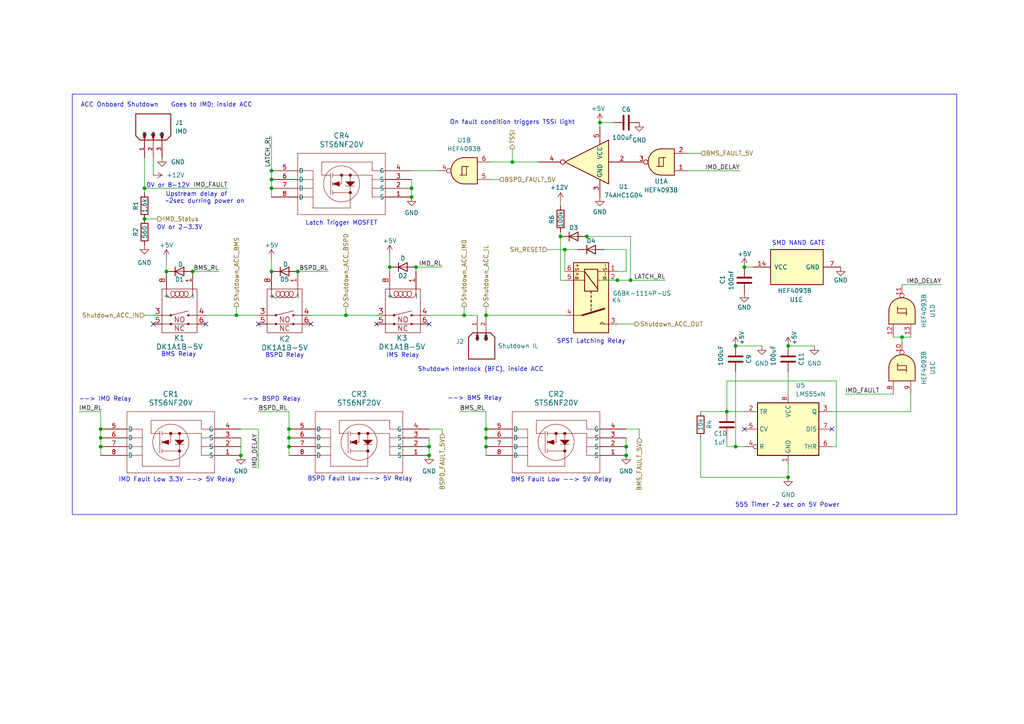
<source format=kicad_sch>
(kicad_sch (version 20231120) (generator "eeschema") (generator_version "8.0")
  (paper "A4")
  (title_block (title "Accumulator Shutdown Logic") (date "2024-10-27") (rev "3") (company "Ethan James - Formula Slug"))
  (lib_symbols
    (symbol "+5V_1" (power) (pin_numbers hide) (pin_names (offset 0) hide)
      (property "Value" "+5V" (at 0 3.556 0))
      (symbol "+5V_1_0_1"
        (polyline (pts (xy -0.762 1.27) (xy 0 2.54)))
        (polyline (pts (xy 0 0) (xy 0 2.54)))
        (polyline (pts (xy 0 2.54) (xy 0.762 1.27)))
      )
      (symbol "+5V_1_1_1"
        (pin power_in line (at 0 0 90) (length 0) (name "~") (number "1"))
      )
    )
    (symbol "+5V_3" (power) (pin_numbers hide) (pin_names (offset 0) hide)
      (property "Value" "+5V" (at 0 3.556 0))
      (symbol "+5V_3_0_1"
        (polyline (pts (xy -0.762 1.27) (xy 0 2.54)))
        (polyline (pts (xy 0 0) (xy 0 2.54)))
        (polyline (pts (xy 0 2.54) (xy 0.762 1.27)))
      )
      (symbol "+5V_3_1_1"
        (pin power_in line (at 0 0 90) (length 0) (name "~") (number "1"))
      )
    )
    (symbol "1FS_2_Global_Symbol_Library:1053091203" (pin_names (offset 1.016))
      (property "Reference" "J" (at 0 6.35 0))
      (property "Value" "1053091203" (at 0 -7.62 0))
      (symbol "1053091203_0_0"
        (polyline (pts (xy 0 -3.81) (xy 1.27 -5.08)) (stroke (width 0.254)))
        (polyline (pts (xy 0 -2.54) (xy 1.905 -2.54)) (stroke (width 0.254)))
        (polyline (pts (xy 0 0) (xy 1.905 0)) (stroke (width 0.254)))
        (polyline (pts (xy 0 2.54) (xy 0 -3.81)) (stroke (width 0.254)))
        (polyline (pts (xy 0 2.54) (xy 1.905 2.54)) (stroke (width 0.254)))
        (polyline (pts (xy 0 3.81) (xy 0 2.54)) (stroke (width 0.254)))
        (polyline (pts (xy 0 3.81) (xy 1.27 5.08)) (stroke (width 0.254)))
        (polyline (pts (xy 1.27 -5.08) (xy 7.62 -5.08)) (stroke (width 0.254)))
        (polyline (pts (xy 7.62 -5.08) (xy 7.62 5.08)) (stroke (width 0.254)))
        (polyline (pts (xy 7.62 5.08) (xy 1.27 5.08)) (stroke (width 0.254)))
        (rectangle (start 0.635 -2.2225) (end 2.2225 -2.8575) (stroke (width 0.1)) (fill (type outline)))
        (rectangle (start 0.635 -0.3175) (end 2.2225 0.3175) (stroke (width 0.1)) (fill (type outline)))
        (rectangle (start 0.635 2.2225) (end 2.2225 2.8575) (stroke (width 0.1)) (fill (type outline)))
        (pin passive line (at -5.08 2.54 0) (length 5.08) (name "1") (number "1"))
        (pin passive line (at -5.08 0 0) (length 5.08) (name "2") (number "2"))
        (pin passive line (at -5.08 -2.54 0) (length 5.08) (name "3") (number "3"))
      )
    )
    (symbol "1FS_2_Global_Symbol_Library:G6BK-1114P-US"
      (property "Reference" "K" (at -2.54 15.24 0))
      (property "Value" "G6BK-1114P-US" (at 0 -7.62 0))
      (symbol "G6BK-1114P-US_1_1"
        (rectangle (start -5.08 13.97) (end 5.08 -6.35) (stroke (width 0.254)) (fill (type background)))
        (polyline (pts (xy -5.08 8.89) (xy -1.905 8.89)))
        (polyline (pts (xy -5.08 11.43) (xy -1.905 11.43)))
        (polyline (pts (xy -2.54 -1.27) (xy -5.08 -1.27)))
        (polyline (pts (xy -2.54 -1.27) (xy 3.81 0.635)) (stroke (width 0.508)))
        (polyline (pts (xy -1.905 11.43) (xy 1.905 6.35)) (stroke (width 0.254)))
        (polyline (pts (xy 0 0.635) (xy 0 0)) (stroke (width 0.254)))
        (polyline (pts (xy 0 1.905) (xy 0 1.27)) (stroke (width 0.254)))
        (polyline (pts (xy 0 3.175) (xy 0 2.54)) (stroke (width 0.254)))
        (polyline (pts (xy 0 3.175) (xy 0 2.54)) (stroke (width 0.254)))
        (polyline (pts (xy 0 4.445) (xy 0 3.81)) (stroke (width 0.254)))
        (polyline (pts (xy 0 5.715) (xy 0 5.08)) (stroke (width 0.254)))
        (polyline (pts (xy 3.81 -3.81) (xy 5.08 -3.81)))
        (polyline (pts (xy 5.08 8.89) (xy 1.905 8.89)))
        (polyline (pts (xy 5.08 11.43) (xy 1.905 11.43)))
        (polyline (pts (xy 3.81 -3.81) (xy 2.54 -3.81) (xy 3.175 -3.175) (xy 3.81 -3.81)))
        (rectangle (start 1.905 12.065) (end -1.905 5.715) (stroke (width 0.254)))
        (text "R+" (at -4.064 10.16 900) (effects (font (size 1.016 1.016))))
        (text "R-" (at 4.064 10.16 900) (effects (font (size 1.016 1.016))))
        (text "S+" (at -4.064 12.7 900) (effects (font (size 1.016 1.016))))
        (text "S-" (at 4.064 12.7 900) (effects (font (size 1.016 1.016))))
        (pin passive line (at 7.62 11.43 180) (length 2.54) (name "~") (number "1"))
        (pin passive line (at 7.62 8.89 180) (length 2.54) (name "~") (number "2"))
        (pin passive line (at 7.62 -3.81 180) (length 2.54) (name "~") (number "3"))
        (pin passive line (at -7.62 -1.27 0) (length 2.54) (name "~") (number "4"))
        (pin passive line (at -7.62 8.89 0) (length 2.54) (name "~") (number "5"))
        (pin passive line (at -7.62 11.43 0) (length 2.54) (name "~") (number "6"))
      )
    )
    (symbol "2FS-1_Symbol Library:DK1A1B-12V" (pin_names (offset 1.016))
      (property "Reference" "U" (at -2.54 0 0))
      (property "Value" "DK1A1B-12V" (at 6.35 0 90))
      (symbol "DK1A1B-12V_0_0"
        (text "NC" (at 3.81 0 900) (effects (font (size 1.524 1.524))))
        (text "NO" (at 1.27 0 900) (effects (font (size 1.524 1.524))))
      )
      (symbol "DK1A1B-12V_0_1"
        (arc (start -6.35 -3.81) (mid -5.0855 -2.54) (end -6.35 -1.27) (stroke (width 0.1524)))
        (arc (start -6.35 -2.54) (mid -5.0855 -1.27) (end -6.35 0) (stroke (width 0.1524)))
        (arc (start -6.35 -1.27) (mid -6.9823 -1.905) (end -6.35 -2.54) (stroke (width 0.1524)))
        (arc (start -6.35 -1.27) (mid -5.0855 0) (end -6.35 1.27) (stroke (width 0.1524)))
        (arc (start -6.35 0) (mid -6.9823 -0.635) (end -6.35 -1.27) (stroke (width 0.1524)))
        (arc (start -6.35 0) (mid -5.0855 1.27) (end -6.35 2.54) (stroke (width 0.1524)))
        (arc (start -6.35 1.27) (mid -6.9823 0.635) (end -6.35 0) (stroke (width 0.1524)))
        (arc (start -6.35 1.27) (mid -5.0855 2.54) (end -6.35 3.81) (stroke (width 0.1524)))
        (arc (start -6.35 2.54) (mid -6.9823 1.905) (end -6.35 1.27) (stroke (width 0.1524)))
        (circle (center 0 -2.54) (radius 0.254) (stroke (width 0.1524)) (fill (type outline)))
        (polyline (pts (xy -7.62 -3.81) (xy -6.35 -3.81)) (stroke (width 0.1524)))
        (polyline (pts (xy -7.62 3.81) (xy -6.35 3.81)) (stroke (width 0.1524)))
        (polyline (pts (xy 0 -5.08) (xy 0 -2.54)) (stroke (width 0.1524)))
        (polyline (pts (xy 2.54 -5.08) (xy 2.54 5.08)) (stroke (width 0.1524)) (fill (type outline)))
        (polyline (pts (xy 0 5.08) (xy 0 2.54) (xy -1.27 -2.54)) (stroke (width 0.1524)))
        (circle (center 0 2.54) (radius 0.254) (stroke (width 0.1524)) (fill (type outline)))
        (circle (center 2.54 -2.54) (radius 0.254) (stroke (width 0.1524)) (fill (type outline)))
        (circle (center 2.54 2.54) (radius 0.254) (stroke (width 0.1524)) (fill (type outline)))
        (rectangle (start 5.08 5.08) (end -7.62 -5.08) (stroke (width 0.1524)))
      )
      (symbol "DK1A1B-12V_1_1"
        (pin power_in line (at -12.7 -3.81 0) (length 5.08) (name "-") (number "1"))
        (pin passive line (at 0 7.62 270) (length 2.54) (name "~") (number "3"))
        (pin passive line (at 0 -7.62 90) (length 2.54) (name "~") (number "4"))
        (pin passive line (at 2.54 7.62 270) (length 2.54) (name "~") (number "5"))
        (pin passive line (at 2.54 -7.62 90) (length 2.54) (name "~") (number "6"))
        (pin power_in line (at -12.7 3.81 0) (length 5.08) (name "+") (number "8"))
      )
    )
    (symbol "4xxx:HEF4093B" (pin_names (offset 1.016))
      (property "Reference" "U" (at 0 1.27 0))
      (property "Value" "HEF4093B" (at 0 -1.27 0))
      (symbol "HEF4093B_1_0"
        (polyline (pts (xy -0.635 -1.27) (xy -0.635 1.27) (xy 0.635 1.27)))
        (polyline (pts (xy -0.635 -1.27) (xy -0.635 1.27) (xy 0.635 1.27)))
        (polyline (pts (xy -1.27 -1.27) (xy 0.635 -1.27) (xy 0.635 1.27) (xy 1.27 1.27)))
        (polyline (pts (xy -1.27 -1.27) (xy 0.635 -1.27) (xy 0.635 1.27) (xy 1.27 1.27)))
      )
      (symbol "HEF4093B_1_1"
        (arc (start 0 -3.81) (mid 3.7934 0) (end 0 3.81) (stroke (width 0.254)) (fill (type background)))
        (polyline (pts (xy 0 3.81) (xy -3.81 3.81) (xy -3.81 -3.81) (xy 0 -3.81)) (stroke (width 0.254)) (fill (type background)))
        (pin input line (at -7.62 2.54 0) (length 3.81) (name "~") (number "1"))
        (pin input line (at -7.62 -2.54 0) (length 3.81) (name "~") (number "2"))
        (pin output inverted (at 7.62 0 180) (length 3.81) (name "~") (number "3"))
      )
      (symbol "HEF4093B_1_2"
        (arc (start -3.81 -3.81) (mid -2.589 0) (end -3.81 3.81) (stroke (width 0.254)))
        (arc (start -0.6096 -3.81) (mid 2.1842 -2.5851) (end 3.81 0) (stroke (width 0.254)) (fill (type background)))
        (polyline (pts (xy -3.81 -3.81) (xy -0.635 -3.81)) (stroke (width 0.254)) (fill (type background)))
        (polyline (pts (xy -3.81 3.81) (xy -0.635 3.81)) (stroke (width 0.254)) (fill (type background)))
        (polyline (pts (xy -0.635 3.81) (xy -3.81 3.81) (xy -3.81 3.81) (xy -3.556 3.4036) (xy -3.0226 2.2606) (xy -2.6924 1.0414) (xy -2.6162 -0.254) (xy -2.7686 -1.4986) (xy -3.175 -2.7178) (xy -3.81 -3.81) (xy -3.81 -3.81) (xy -0.635 -3.81)) (stroke (width -25.4)) (fill (type background)))
        (arc (start 3.81 0) (mid 2.1915 2.5936) (end -0.6096 3.81) (stroke (width 0.254)) (fill (type background)))
        (pin input inverted (at -7.62 2.54 0) (length 4.318) (name "~") (number "1"))
        (pin input inverted (at -7.62 -2.54 0) (length 4.318) (name "~") (number "2"))
        (pin output line (at 7.62 0 180) (length 3.81) (name "~") (number "3"))
      )
      (symbol "HEF4093B_2_0"
        (polyline (pts (xy -0.635 -1.27) (xy -0.635 1.27) (xy 0.635 1.27)))
        (polyline (pts (xy -0.635 -1.27) (xy -0.635 1.27) (xy 0.635 1.27)))
        (polyline (pts (xy -1.27 -1.27) (xy 0.635 -1.27) (xy 0.635 1.27) (xy 1.27 1.27)))
        (polyline (pts (xy -1.27 -1.27) (xy 0.635 -1.27) (xy 0.635 1.27) (xy 1.27 1.27)))
      )
      (symbol "HEF4093B_2_1"
        (arc (start 0 -3.81) (mid 3.7934 0) (end 0 3.81) (stroke (width 0.254)) (fill (type background)))
        (polyline (pts (xy 0 3.81) (xy -3.81 3.81) (xy -3.81 -3.81) (xy 0 -3.81)) (stroke (width 0.254)) (fill (type background)))
        (pin output inverted (at 7.62 0 180) (length 3.81) (name "~") (number "4"))
        (pin input line (at -7.62 2.54 0) (length 3.81) (name "~") (number "5"))
        (pin input line (at -7.62 -2.54 0) (length 3.81) (name "~") (number "6"))
      )
      (symbol "HEF4093B_2_2"
        (arc (start -3.81 -3.81) (mid -2.589 0) (end -3.81 3.81) (stroke (width 0.254)))
        (arc (start -0.6096 -3.81) (mid 2.1842 -2.5851) (end 3.81 0) (stroke (width 0.254)) (fill (type background)))
        (polyline (pts (xy -3.81 -3.81) (xy -0.635 -3.81)) (stroke (width 0.254)) (fill (type background)))
        (polyline (pts (xy -3.81 3.81) (xy -0.635 3.81)) (stroke (width 0.254)) (fill (type background)))
        (polyline (pts (xy -0.635 3.81) (xy -3.81 3.81) (xy -3.81 3.81) (xy -3.556 3.4036) (xy -3.0226 2.2606) (xy -2.6924 1.0414) (xy -2.6162 -0.254) (xy -2.7686 -1.4986) (xy -3.175 -2.7178) (xy -3.81 -3.81) (xy -3.81 -3.81) (xy -0.635 -3.81)) (stroke (width -25.4)) (fill (type background)))
        (arc (start 3.81 0) (mid 2.1915 2.5936) (end -0.6096 3.81) (stroke (width 0.254)) (fill (type background)))
        (pin output line (at 7.62 0 180) (length 3.81) (name "~") (number "4"))
        (pin input inverted (at -7.62 2.54 0) (length 4.318) (name "~") (number "5"))
        (pin input inverted (at -7.62 -2.54 0) (length 4.318) (name "~") (number "6"))
      )
      (symbol "HEF4093B_3_0"
        (polyline (pts (xy -0.635 -1.27) (xy -0.635 1.27) (xy 0.635 1.27)))
        (polyline (pts (xy -0.635 -1.27) (xy -0.635 1.27) (xy 0.635 1.27)))
        (polyline (pts (xy -1.27 -1.27) (xy 0.635 -1.27) (xy 0.635 1.27) (xy 1.27 1.27)))
        (polyline (pts (xy -1.27 -1.27) (xy 0.635 -1.27) (xy 0.635 1.27) (xy 1.27 1.27)))
      )
      (symbol "HEF4093B_3_1"
        (arc (start 0 -3.81) (mid 3.7934 0) (end 0 3.81) (stroke (width 0.254)) (fill (type background)))
        (polyline (pts (xy 0 3.81) (xy -3.81 3.81) (xy -3.81 -3.81) (xy 0 -3.81)) (stroke (width 0.254)) (fill (type background)))
        (pin output inverted (at 7.62 0 180) (length 3.81) (name "~") (number "10"))
        (pin input line (at -7.62 2.54 0) (length 3.81) (name "~") (number "8"))
        (pin input line (at -7.62 -2.54 0) (length 3.81) (name "~") (number "9"))
      )
      (symbol "HEF4093B_3_2"
        (arc (start -3.81 -3.81) (mid -2.589 0) (end -3.81 3.81) (stroke (width 0.254)))
        (arc (start -0.6096 -3.81) (mid 2.1842 -2.5851) (end 3.81 0) (stroke (width 0.254)) (fill (type background)))
        (polyline (pts (xy -3.81 -3.81) (xy -0.635 -3.81)) (stroke (width 0.254)) (fill (type background)))
        (polyline (pts (xy -3.81 3.81) (xy -0.635 3.81)) (stroke (width 0.254)) (fill (type background)))
        (polyline (pts (xy -0.635 3.81) (xy -3.81 3.81) (xy -3.81 3.81) (xy -3.556 3.4036) (xy -3.0226 2.2606) (xy -2.6924 1.0414) (xy -2.6162 -0.254) (xy -2.7686 -1.4986) (xy -3.175 -2.7178) (xy -3.81 -3.81) (xy -3.81 -3.81) (xy -0.635 -3.81)) (stroke (width -25.4)) (fill (type background)))
        (arc (start 3.81 0) (mid 2.1915 2.5936) (end -0.6096 3.81) (stroke (width 0.254)) (fill (type background)))
        (pin output line (at 7.62 0 180) (length 3.81) (name "~") (number "10"))
        (pin input inverted (at -7.62 2.54 0) (length 4.318) (name "~") (number "8"))
        (pin input inverted (at -7.62 -2.54 0) (length 4.318) (name "~") (number "9"))
      )
      (symbol "HEF4093B_4_0"
        (polyline (pts (xy -0.635 -1.27) (xy -0.635 1.27) (xy 0.635 1.27)))
        (polyline (pts (xy -0.635 -1.27) (xy -0.635 1.27) (xy 0.635 1.27)))
        (polyline (pts (xy -1.27 -1.27) (xy 0.635 -1.27) (xy 0.635 1.27) (xy 1.27 1.27)))
        (polyline (pts (xy -1.27 -1.27) (xy 0.635 -1.27) (xy 0.635 1.27) (xy 1.27 1.27)))
      )
      (symbol "HEF4093B_4_1"
        (arc (start 0 -3.81) (mid 3.7934 0) (end 0 3.81) (stroke (width 0.254)) (fill (type background)))
        (polyline (pts (xy 0 3.81) (xy -3.81 3.81) (xy -3.81 -3.81) (xy 0 -3.81)) (stroke (width 0.254)) (fill (type background)))
        (pin output inverted (at 7.62 0 180) (length 3.81) (name "~") (number "11"))
        (pin input line (at -7.62 2.54 0) (length 3.81) (name "~") (number "12"))
        (pin input line (at -7.62 -2.54 0) (length 3.81) (name "~") (number "13"))
      )
      (symbol "HEF4093B_4_2"
        (arc (start -3.81 -3.81) (mid -2.589 0) (end -3.81 3.81) (stroke (width 0.254)))
        (arc (start -0.6096 -3.81) (mid 2.1842 -2.5851) (end 3.81 0) (stroke (width 0.254)) (fill (type background)))
        (polyline (pts (xy -3.81 -3.81) (xy -0.635 -3.81)) (stroke (width 0.254)) (fill (type background)))
        (polyline (pts (xy -3.81 3.81) (xy -0.635 3.81)) (stroke (width 0.254)) (fill (type background)))
        (polyline (pts (xy -0.635 3.81) (xy -3.81 3.81) (xy -3.81 3.81) (xy -3.556 3.4036) (xy -3.0226 2.2606) (xy -2.6924 1.0414) (xy -2.6162 -0.254) (xy -2.7686 -1.4986) (xy -3.175 -2.7178) (xy -3.81 -3.81) (xy -3.81 -3.81) (xy -0.635 -3.81)) (stroke (width -25.4)) (fill (type background)))
        (arc (start 3.81 0) (mid 2.1915 2.5936) (end -0.6096 3.81) (stroke (width 0.254)) (fill (type background)))
        (pin output line (at 7.62 0 180) (length 3.81) (name "~") (number "11"))
        (pin input inverted (at -7.62 2.54 0) (length 4.318) (name "~") (number "12"))
        (pin input inverted (at -7.62 -2.54 0) (length 4.318) (name "~") (number "13"))
      )
      (symbol "HEF4093B_5_0"
        (pin power_in line (at 0 12.7 270) (length 5.08) (name "VCC") (number "14"))
        (pin power_in line (at 0 -12.7 90) (length 5.08) (name "GND") (number "7"))
      )
      (symbol "HEF4093B_5_1"
        (rectangle (start -5.08 7.62) (end 5.08 -7.62) (stroke (width 0.254)) (fill (type background)))
      )
    )
    (symbol "74xGxx:74AHC1G04"
      (property "Reference" "U" (at -2.54 3.81 0))
      (property "Value" "74AHC1G04" (at 0 -3.81 0))
      (symbol "74AHC1G04_0_1"
        (polyline (pts (xy -7.62 6.35) (xy -7.62 -6.35) (xy 5.08 0) (xy -7.62 6.35)) (stroke (width 0.254)) (fill (type background)))
      )
      (symbol "74AHC1G04_1_1"
        (pin input line (at -15.24 0 0) (length 7.62) (name "~") (number "2"))
        (pin power_in line (at -5.08 -10.16 90) (length 5.08) (name "GND") (number "3"))
        (pin output inverted (at 12.7 0 180) (length 7.62) (name "~") (number "4"))
        (pin power_in line (at -5.08 10.16 270) (length 5.08) (name "VCC") (number "5"))
      )
    )
    (symbol "Device:C" (pin_numbers hide) (pin_names (offset 0.254))
      (property "Reference" "C" (at 0.635 2.54 0))
      (property "Value" "C" (at 0.635 -2.54 0))
      (symbol "C_0_1"
        (polyline (pts (xy -2.032 -0.762) (xy 2.032 -0.762)) (stroke (width 0.508)))
        (polyline (pts (xy -2.032 0.762) (xy 2.032 0.762)) (stroke (width 0.508)))
      )
      (symbol "C_1_1"
        (pin passive line (at 0 3.81 270) (length 2.794) (name "~") (number "1"))
        (pin passive line (at 0 -3.81 90) (length 2.794) (name "~") (number "2"))
      )
    )
    (symbol "Device:D" (pin_numbers hide) (pin_names (offset 1.016) hide)
      (property "Reference" "D" (at 0 2.54 0))
      (property "Value" "D" (at 0 -2.54 0))
      (symbol "D_0_1"
        (polyline (pts (xy -1.27 1.27) (xy -1.27 -1.27)) (stroke (width 0.254)))
        (polyline (pts (xy 1.27 0) (xy -1.27 0)))
        (polyline (pts (xy 1.27 1.27) (xy 1.27 -1.27) (xy -1.27 0) (xy 1.27 1.27)) (stroke (width 0.254)))
      )
      (symbol "D_1_1"
        (pin passive line (at -3.81 0 0) (length 2.54) (name "K") (number "1"))
        (pin passive line (at 3.81 0 180) (length 2.54) (name "A") (number "2"))
      )
    )
    (symbol "Device:R" (pin_numbers hide) (pin_names (offset 0))
      (property "Reference" "R" (at 2.032 0 90))
      (property "Value" "R" (at 0 0 90))
      (symbol "R_0_1"
        (rectangle (start -1.016 -2.54) (end 1.016 2.54) (stroke (width 0.254)))
      )
      (symbol "R_1_1"
        (pin passive line (at 0 3.81 270) (length 1.27) (name "~") (number "1"))
        (pin passive line (at 0 -3.81 90) (length 1.27) (name "~") (number "2"))
      )
    )
    (symbol "FS_2_Global_Symbol_Library:STS6NF20V" (pin_names (offset 0.254))
      (property "Reference" "CR" (at 20.32 10.16 0))
      (property "Value" "STS6NF20V" (at 20.32 7.62 0))
      (symbol "STS6NF20V_0_1"
        (polyline (pts (xy 7.62 -12.7) (xy 33.02 -12.7)) (stroke (width 0.127)))
        (polyline (pts (xy 7.62 -5.08) (xy 11.43 -5.08)) (stroke (width 0.127)))
        (polyline (pts (xy 7.62 -2.54) (xy 11.43 -2.54)) (stroke (width 0.127)))
        (polyline (pts (xy 7.62 0) (xy 11.43 0)) (stroke (width 0.127)))
        (polyline (pts (xy 7.62 5.08) (xy 7.62 -12.7)) (stroke (width 0.127)))
        (polyline (pts (xy 11.43 -10.16) (xy 11.43 -7.62)) (stroke (width 0.127)))
        (polyline (pts (xy 11.43 -7.62) (xy 7.62 -7.62)) (stroke (width 0.127)))
        (polyline (pts (xy 11.43 -6.35) (xy 14.605 -6.35)) (stroke (width 0.127)))
        (polyline (pts (xy 11.43 0) (xy 11.43 -6.35)) (stroke (width 0.127)))
        (polyline (pts (xy 16.51 -4.445) (xy 17.78 -3.175)) (stroke (width 0.127)))
        (polyline (pts (xy 16.51 -4.445) (xy 19.05 -4.445)) (stroke (width 0.127)))
        (polyline (pts (xy 16.51 -3.175) (xy 19.05 -3.175)) (stroke (width 0.127)))
        (polyline (pts (xy 17.78 -6.35) (xy 17.78 3.175)) (stroke (width 0.127)))
        (polyline (pts (xy 17.78 3.175) (xy 28.575 3.175)) (stroke (width 0.127)))
        (polyline (pts (xy 19.05 -4.445) (xy 17.78 -3.175)) (stroke (width 0.127)))
        (polyline (pts (xy 20.32 -3.81) (xy 20.32 -6.35)) (stroke (width 0.127)))
        (polyline (pts (xy 20.32 -3.81) (xy 22.86 -3.81)) (stroke (width 0.127)))
        (polyline (pts (xy 20.955 -4.445) (xy 22.86 -3.81)) (stroke (width 0.127)))
        (polyline (pts (xy 20.955 -3.175) (xy 20.955 -4.445)) (stroke (width 0.127)))
        (polyline (pts (xy 22.86 -6.985) (xy 22.86 -5.715)) (stroke (width 0.127)))
        (polyline (pts (xy 22.86 -6.35) (xy 14.605 -6.35)) (stroke (width 0.127)))
        (polyline (pts (xy 22.86 -4.445) (xy 22.86 -3.175)) (stroke (width 0.127)))
        (polyline (pts (xy 22.86 -3.81) (xy 20.955 -3.175)) (stroke (width 0.127)))
        (polyline (pts (xy 22.86 -1.905) (xy 22.86 -0.635)) (stroke (width 0.127)))
        (polyline (pts (xy 22.86 -1.27) (xy 17.78 -1.27)) (stroke (width 0.127)))
        (polyline (pts (xy 23.495 -6.35) (xy 26.035 -6.35)) (stroke (width 0.127)))
        (polyline (pts (xy 23.495 -0.635) (xy 23.495 -6.985)) (stroke (width 0.127)))
        (polyline (pts (xy 26.035 -10.16) (xy 11.43 -10.16)) (stroke (width 0.127)))
        (polyline (pts (xy 26.035 -6.35) (xy 26.035 -10.16)) (stroke (width 0.127)))
        (polyline (pts (xy 28.575 -7.62) (xy 33.02 -7.62)) (stroke (width 0.127)))
        (polyline (pts (xy 28.575 3.175) (xy 28.575 -7.62)) (stroke (width 0.127)))
        (polyline (pts (xy 33.02 -12.7) (xy 33.02 5.08)) (stroke (width 0.127)))
        (polyline (pts (xy 33.02 -5.08) (xy 28.575 -5.08)) (stroke (width 0.127)))
        (polyline (pts (xy 33.02 -2.54) (xy 28.575 -2.54)) (stroke (width 0.127)))
        (polyline (pts (xy 33.02 0) (xy 28.575 0)) (stroke (width 0.127)))
        (polyline (pts (xy 33.02 5.08) (xy 7.62 5.08)) (stroke (width 0.127)))
        (polyline (pts (xy 16.51 -4.445) (xy 17.78 -3.175) (xy 19.05 -4.445)) (fill (type outline)))
        (polyline (pts (xy 20.955 -3.175) (xy 20.955 -4.445) (xy 22.86 -3.81)) (fill (type outline)))
        (circle (center 17.78 -6.35) (radius 0.254) (stroke (width 0.381)))
        (circle (center 17.78 -1.27) (radius 0.254) (stroke (width 0.381)))
        (circle (center 20.32 -6.35) (radius 0.254) (stroke (width 0.381)))
        (circle (center 20.32 -3.81) (radius 5.2324) (stroke (width 0.127)))
        (pin unspecified line (at 0 0 0) (length 7.62) (name "S") (number "1"))
        (pin unspecified line (at 0 -2.54 0) (length 7.62) (name "S") (number "2"))
        (pin unspecified line (at 0 -5.08 0) (length 7.62) (name "S") (number "3"))
        (pin unspecified line (at 0 -7.62 0) (length 7.62) (name "G") (number "4"))
        (pin unspecified line (at 40.64 -7.62 180) (length 7.62) (name "D") (number "5"))
        (pin unspecified line (at 40.64 -5.08 180) (length 7.62) (name "D") (number "6"))
        (pin unspecified line (at 40.64 -2.54 180) (length 7.62) (name "D") (number "7"))
        (pin unspecified line (at 40.64 0 180) (length 7.62) (name "D") (number "8"))
      )
    )
    (symbol "GND_1" (power) (pin_numbers hide) (pin_names (offset 0) hide)
      (property "Value" "GND" (at 0 -3.81 0))
      (symbol "GND_1_0_1"
        (polyline (pts (xy 0 0) (xy 0 -1.27) (xy 1.27 -1.27) (xy 0 -2.54) (xy -1.27 -1.27) (xy 0 -1.27)))
      )
      (symbol "GND_1_1_1"
        (pin power_in line (at 0 0 270) (length 0) (name "~") (number "1"))
      )
    )
    (symbol "GND_3" (power) (pin_numbers hide) (pin_names (offset 0) hide)
      (property "Value" "GND" (at 0 -3.81 0))
      (symbol "GND_3_0_1"
        (polyline (pts (xy 0 0) (xy 0 -1.27) (xy 1.27 -1.27) (xy 0 -2.54) (xy -1.27 -1.27) (xy 0 -1.27)))
      )
      (symbol "GND_3_1_1"
        (pin power_in line (at 0 0 270) (length 0) (name "~") (number "1"))
      )
    )
    (symbol "GND_5" (power) (pin_numbers hide) (pin_names (offset 0) hide)
      (property "Value" "GND" (at 0 -3.81 0))
      (symbol "GND_5_0_1"
        (polyline (pts (xy 0 0) (xy 0 -1.27) (xy 1.27 -1.27) (xy 0 -2.54) (xy -1.27 -1.27) (xy 0 -1.27)))
      )
      (symbol "GND_5_1_1"
        (pin power_in line (at 0 0 270) (length 0) (name "~") (number "1"))
      )
    )
    (symbol "R_2" (pin_numbers hide) (pin_names (offset 0))
      (property "Reference" "R" (at 2.032 0 90))
      (property "Value" "R" (at 0 0 90))
      (symbol "R_2_0_1"
        (rectangle (start -1.016 -2.54) (end 1.016 2.54) (stroke (width 0.254)))
      )
      (symbol "R_2_1_1"
        (pin passive line (at 0 3.81 270) (length 1.27) (name "~") (number "1"))
        (pin passive line (at 0 -3.81 90) (length 1.27) (name "~") (number "2"))
      )
    )
    (symbol "Timer:LM555xN"
      (property "Reference" "U" (at -10.16 8.89 0))
      (property "Value" "LM555xN" (at 2.54 8.89 0))
      (symbol "LM555xN_0_0"
        (pin power_in line (at 0 -10.16 90) (length 2.54) (name "GND") (number "1"))
        (pin power_in line (at 0 10.16 270) (length 2.54) (name "VCC") (number "8"))
      )
      (symbol "LM555xN_0_1"
        (rectangle (start -8.89 -7.62) (end 8.89 7.62) (stroke (width 0.254)) (fill (type background)))
        (rectangle (start -8.89 -7.62) (end 8.89 7.62) (stroke (width 0.254)) (fill (type background)))
      )
      (symbol "LM555xN_1_1"
        (pin input line (at -12.7 5.08 0) (length 3.81) (name "TR") (number "2"))
        (pin output line (at 12.7 5.08 180) (length 3.81) (name "Q") (number "3"))
        (pin input inverted (at -12.7 -5.08 0) (length 3.81) (name "R") (number "4"))
        (pin input line (at -12.7 0 0) (length 3.81) (name "CV") (number "5"))
        (pin input line (at 12.7 -5.08 180) (length 3.81) (name "THR") (number "6"))
        (pin input line (at 12.7 0 180) (length 3.81) (name "DIS") (number "7"))
      )
    )
    (symbol "molex_1053091202:1053091202" (pin_names (offset 1.016))
      (property "Reference" "J" (at 0 3.81 0))
      (property "Value" "1053091202" (at 0 -7.62 0))
      (symbol "1053091202_0_0"
        (polyline (pts (xy 0 -3.81) (xy 1.27 -5.08)) (stroke (width 0.254)))
        (polyline (pts (xy 0 -2.54) (xy 1.905 -2.54)) (stroke (width 0.254)))
        (polyline (pts (xy 0 0) (xy 0 -3.81)) (stroke (width 0.254)))
        (polyline (pts (xy 0 0) (xy 1.905 0)) (stroke (width 0.254)))
        (polyline (pts (xy 0 1.27) (xy 0 0)) (stroke (width 0.254)))
        (polyline (pts (xy 0 1.27) (xy 1.27 2.54)) (stroke (width 0.254)))
        (polyline (pts (xy 1.27 -5.08) (xy 7.62 -5.08)) (stroke (width 0.254)))
        (polyline (pts (xy 7.62 -5.08) (xy 7.62 2.54)) (stroke (width 0.254)))
        (polyline (pts (xy 7.62 2.54) (xy 1.27 2.54)) (stroke (width 0.254)))
        (rectangle (start 0.635 -2.8575) (end 2.2225 -2.2225) (stroke (width 0.1)) (fill (type outline)))
        (rectangle (start 0.635 -0.3175) (end 2.2225 0.3175) (stroke (width 0.1)) (fill (type outline)))
        (pin passive line (at -5.08 0 0) (length 5.08) (name "1") (number "1"))
        (pin passive line (at -5.08 -2.54 0) (length 5.08) (name "2") (number "2"))
      )
    )
    (symbol "power:+12V" (power) (pin_names (offset 0))
      (property "Value" "+12V" (at 0 3.556 0))
      (symbol "+12V_0_1"
        (polyline (pts (xy -0.762 1.27) (xy 0 2.54)))
        (polyline (pts (xy 0 0) (xy 0 2.54)))
        (polyline (pts (xy 0 2.54) (xy 0.762 1.27)))
      )
      (symbol "+12V_1_1"
        (pin power_in line (at 0 0 90) (length 0) hide (name "+12V") (number "1"))
      )
    )
    (symbol "power:+5V" (power) (pin_names (offset 0))
      (property "Value" "+5V" (at 0 3.556 0))
      (symbol "+5V_0_1"
        (polyline (pts (xy -0.762 1.27) (xy 0 2.54)))
        (polyline (pts (xy 0 0) (xy 0 2.54)))
        (polyline (pts (xy 0 2.54) (xy 0.762 1.27)))
      )
      (symbol "+5V_1_1"
        (pin power_in line (at 0 0 90) (length 0) hide (name "+5V") (number "1"))
      )
    )
    (symbol "power:GND" (power) (pin_names (offset 0))
      (property "Value" "GND" (at 0 -3.81 0))
      (symbol "GND_0_1"
        (polyline (pts (xy 0 0) (xy 0 -1.27) (xy 1.27 -1.27) (xy 0 -2.54) (xy -1.27 -1.27) (xy 0 -1.27)))
      )
      (symbol "GND_1_1"
        (pin power_in line (at 0 0 270) (length 0) hide (name "GND") (number "1"))
      )
    )
  )
  (junction (at 29.21 124.46))
  (junction (at 120.65 77.47))
  (junction (at 29.21 129.54))
  (junction (at 41.91 54.61))
  (junction (at 29.21 127))
  (junction (at 140.97 129.54))
  (junction (at 119.38 54.61))
  (junction (at 119.38 57.15))
  (junction (at 124.46 132.08))
  (junction (at 78.74 54.61))
  (junction (at 162.56 68.58))
  (junction (at 100.33 91.44))
  (junction (at 41.91 63.5))
  (junction (at 163.83 72.39))
  (junction (at 213.36 129.54))
  (junction (at 83.82 127))
  (junction (at 78.74 49.53))
  (junction (at 170.18 68.58))
  (junction (at 83.82 124.46))
  (junction (at 69.85 132.08))
  (junction (at 140.97 91.44))
  (junction (at 148.59 46.99))
  (junction (at 140.97 124.46))
  (junction (at 181.61 129.54))
  (junction (at 78.74 52.07))
  (junction (at 179.07 81.28))
  (junction (at 181.61 132.08))
  (junction (at 215.9 77.47))
  (junction (at 124.46 129.54))
  (junction (at 68.58 91.44))
  (junction (at 228.6 100.33))
  (junction (at 140.97 127))
  (junction (at 55.88 78.74))
  (junction (at 261.62 97.79))
  (junction (at 86.36 78.74))
  (junction (at 78.74 78.74))
  (junction (at 182.88 81.28))
  (junction (at 113.03 77.47))
  (junction (at 213.36 100.33))
  (junction (at 83.82 129.54))
  (junction (at 173.99 35.56))
  (junction (at 228.6 138.43))
  (junction (at 48.26 78.74))
  (junction (at 210.82 119.38))
  (junction (at 134.62 91.44))
  (no_connect (at 215.9 124.46))
  (no_connect (at 74.93 93.98))
  (no_connect (at 241.3 124.46))
  (no_connect (at 59.69 93.98))
  (no_connect (at 124.46 93.98))
  (no_connect (at 44.45 93.98))
  (no_connect (at 90.17 93.98))
  (no_connect (at 109.22 93.98))
  (wire (pts (xy 213.36 107.95) (xy 213.36 129.54)))
  (wire (pts (xy 119.38 54.61) (xy 119.38 57.15)))
  (wire (pts (xy 48.26 74.93) (xy 48.26 78.74)))
  (wire (pts (xy 173.99 81.28) (xy 179.07 81.28)))
  (wire (pts (xy 182.88 81.28) (xy 193.04 81.28)))
  (wire (pts (xy 124.46 91.44) (xy 134.62 91.44)))
  (wire (pts (xy 140.97 91.44) (xy 163.83 91.44)))
  (wire (pts (xy 264.16 119.38) (xy 264.16 114.3)))
  (wire (pts (xy 162.56 81.28) (xy 163.83 81.28)))
  (wire (pts (xy 203.2 138.43) (xy 228.6 138.43)))
  (wire (pts (xy 127 49.53) (xy 119.38 49.53)))
  (wire (pts (xy 74.93 119.38) (xy 83.82 119.38)))
  (wire (pts (xy 241.3 129.54) (xy 242.57 129.54)))
  (wire (pts (xy 78.74 49.53) (xy 78.74 52.07)))
  (wire (pts (xy 210.82 127) (xy 210.82 129.54)))
  (wire (pts (xy 261.62 97.79) (xy 259.08 97.79)))
  (wire (pts (xy 162.56 58.42) (xy 162.56 59.69)))
  (wire (pts (xy 228.6 107.95) (xy 228.6 114.3)))
  (wire (pts (xy 120.65 78.74) (xy 120.65 77.47)))
  (wire (pts (xy 185.42 124.46) (xy 181.61 124.46)))
  (wire (pts (xy 133.35 119.38) (xy 140.97 119.38)))
  (wire (pts (xy 245.11 114.3) (xy 259.08 114.3)))
  (wire (pts (xy 213.36 129.54) (xy 215.9 129.54)))
  (wire (pts (xy 41.91 55.88) (xy 41.91 54.61)))
  (wire (pts (xy 124.46 129.54) (xy 124.46 132.08)))
  (wire (pts (xy 165.1 68.58) (xy 170.18 68.58)))
  (wire (pts (xy 203.2 44.45) (xy 199.39 44.45)))
  (wire (pts (xy 90.17 91.44) (xy 100.33 91.44)))
  (wire (pts (xy 163.83 72.39) (xy 167.64 72.39)))
  (wire (pts (xy 74.93 124.46) (xy 69.85 124.46)))
  (wire (pts (xy 175.26 72.39) (xy 181.61 72.39)))
  (wire (pts (xy 210.82 110.49) (xy 210.82 119.38)))
  (wire (pts (xy 261.62 82.55) (xy 273.05 82.55)))
  (wire (pts (xy 140.97 119.38) (xy 140.97 124.46)))
  (wire (pts (xy 210.82 129.54) (xy 213.36 129.54)))
  (wire (pts (xy 170.18 68.58) (xy 182.88 68.58)))
  (wire (pts (xy 242.57 129.54) (xy 242.57 110.49)))
  (wire (pts (xy 41.91 91.44) (xy 44.45 91.44)))
  (wire (pts (xy 119.38 52.07) (xy 119.38 54.61)))
  (wire (pts (xy 261.62 97.79) (xy 261.62 99.06)))
  (wire (pts (xy 203.2 127) (xy 203.2 138.43)))
  (wire (pts (xy 78.74 39.37) (xy 78.74 49.53)))
  (wire (pts (xy 181.61 129.54) (xy 181.61 132.08)))
  (wire (pts (xy 179.07 78.74) (xy 181.61 78.74)))
  (wire (pts (xy 41.91 54.61) (xy 66.04 54.61)))
  (wire (pts (xy 29.21 129.54) (xy 29.21 132.08)))
  (wire (pts (xy 185.42 127) (xy 185.42 124.46)))
  (wire (pts (xy 68.58 88.9) (xy 68.58 91.44)))
  (wire (pts (xy 134.62 88.9) (xy 134.62 91.44)))
  (wire (pts (xy 59.69 91.44) (xy 68.58 91.44)))
  (wire (pts (xy 83.82 124.46) (xy 83.82 127)))
  (wire (pts (xy 214.63 49.53) (xy 199.39 49.53)))
  (wire (pts (xy 86.36 78.74) (xy 95.25 78.74)))
  (wire (pts (xy 144.78 52.07) (xy 142.24 52.07)))
  (wire (pts (xy 228.6 100.33) (xy 236.22 100.33)))
  (wire (pts (xy 78.74 52.07) (xy 78.74 54.61)))
  (wire (pts (xy 120.65 77.47) (xy 128.27 77.47)))
  (wire (pts (xy 44.45 50.8) (xy 44.45 45.72)))
  (wire (pts (xy 83.82 119.38) (xy 83.82 124.46)))
  (wire (pts (xy 173.99 35.56) (xy 177.8 35.56)))
  (wire (pts (xy 69.85 127) (xy 69.85 132.08)))
  (wire (pts (xy 261.62 97.79) (xy 264.16 97.79)))
  (wire (pts (xy 128.27 124.46) (xy 124.46 124.46)))
  (wire (pts (xy 100.33 91.44) (xy 109.22 91.44)))
  (wire (pts (xy 128.27 125.73) (xy 128.27 124.46)))
  (wire (pts (xy 163.83 72.39) (xy 163.83 78.74)))
  (wire (pts (xy 83.82 127) (xy 83.82 129.54)))
  (wire (pts (xy 148.59 46.99) (xy 156.21 46.99)))
  (wire (pts (xy 29.21 124.46) (xy 29.21 127)))
  (wire (pts (xy 74.93 135.89) (xy 74.93 124.46)))
  (wire (pts (xy 134.62 91.44) (xy 138.43 91.44)))
  (wire (pts (xy 158.75 72.39) (xy 163.83 72.39)))
  (wire (pts (xy 100.33 88.9) (xy 100.33 91.44)))
  (wire (pts (xy 113.03 77.47) (xy 113.03 78.74)))
  (wire (pts (xy 140.97 127) (xy 140.97 129.54)))
  (wire (pts (xy 124.46 127) (xy 124.46 129.54)))
  (wire (pts (xy 22.86 119.38) (xy 29.21 119.38)))
  (wire (pts (xy 78.74 54.61) (xy 78.74 57.15)))
  (wire (pts (xy 181.61 127) (xy 181.61 129.54)))
  (wire (pts (xy 83.82 129.54) (xy 83.82 132.08)))
  (wire (pts (xy 68.58 91.44) (xy 74.93 91.44)))
  (wire (pts (xy 140.97 124.46) (xy 140.97 127)))
  (wire (pts (xy 41.91 45.72) (xy 41.91 54.61)))
  (wire (pts (xy 179.07 93.98) (xy 184.15 93.98)))
  (wire (pts (xy 29.21 127) (xy 29.21 129.54)))
  (wire (pts (xy 182.88 68.58) (xy 182.88 81.28)))
  (wire (pts (xy 148.59 43.18) (xy 148.59 46.99)))
  (wire (pts (xy 142.24 46.99) (xy 148.59 46.99)))
  (wire (pts (xy 179.07 81.28) (xy 182.88 81.28)))
  (wire (pts (xy 113.03 73.66) (xy 113.03 77.47)))
  (wire (pts (xy 140.97 88.9) (xy 140.97 91.44)))
  (wire (pts (xy 41.91 63.5) (xy 45.72 63.5)))
  (wire (pts (xy 162.56 68.58) (xy 162.56 81.28)))
  (wire (pts (xy 162.56 67.31) (xy 162.56 68.58)))
  (wire (pts (xy 140.97 129.54) (xy 140.97 132.08)))
  (wire (pts (xy 78.74 74.93) (xy 78.74 78.74)))
  (wire (pts (xy 228.6 138.43) (xy 228.6 134.62)))
  (wire (pts (xy 241.3 119.38) (xy 264.16 119.38)))
  (wire (pts (xy 215.9 77.47) (xy 218.44 77.47)))
  (wire (pts (xy 242.57 110.49) (xy 210.82 110.49)))
  (wire (pts (xy 55.88 78.74) (xy 63.5 78.74)))
  (wire (pts (xy 213.36 100.33) (xy 220.98 100.33)))
  (wire (pts (xy 181.61 78.74) (xy 181.61 72.39)))
  (wire (pts (xy 173.99 36.83) (xy 173.99 35.56)))
  (wire (pts (xy 210.82 119.38) (xy 215.9 119.38)))
  (wire (pts (xy 29.21 119.38) (xy 29.21 124.46)))
  (wire (pts (xy 203.2 119.38) (xy 210.82 119.38)))
  (rectangle (start 20.955 27.305) (end 277.495 149.225))
  (text "0V or 2-3.3V" (at 45.466 66.802 0) (effects (font (size 1.27 1.27)) (justify left bottom)))
  (text "Upstream delay of \n~2sec durring power on  " (at 48.006 59.182 0) (effects (font (size 1.27 1.27)) (justify left bottom)))
  (text "BSPD Fault Low --> 5V Relay" (at 104.394 138.938 0) (effects (font (size 1.27 1.27))))
  (text "--> IMD Relay" (at 30.48 115.824 0) (effects (font (size 1.27 1.27))))
  (text "SMD NAND GATE" (at 231.648 70.612 0) (effects (font (size 1.27 1.27))))
  (text "0V or 8-12V" (at 42.418 54.61 0) (effects (font (size 1.27 1.27)) (justify left bottom)))
  (text "BSPD Relay" (at 82.55 103.124 0) (effects (font (size 1.27 1.27))))
  (text "BMS Relay" (at 51.816 102.87 0) (effects (font (size 1.27 1.27))))
  (text "--> BSPD Relay" (at 78.74 115.824 0) (effects (font (size 1.27 1.27))))
  (text "BMS Fault Low --> 5V Relay" (at 162.814 139.192 0) (effects (font (size 1.27 1.27))))
  (text "ACC Onboard Shutdown" (at 23.368 31.242 0) (effects (font (size 1.27 1.27)) (justify left bottom)))
  (text "Latch Trigger MOSFET" (at 99.06 64.77 0) (effects (font (size 1.27 1.27))))
  (text "Shutdown interlock (BFC), inside ACC" (at 121.158 107.95 0) (effects (font (size 1.27 1.27)) (justify left bottom)))
  (text "Goes to IMD; inside ACC" (at 49.53 31.242 0) (effects (font (size 1.27 1.27)) (justify left bottom)))
  (text "IMS Relay" (at 116.84 103.124 0) (effects (font (size 1.27 1.27))))
  (text "--> BMS Relay" (at 137.668 115.57 0) (effects (font (size 1.27 1.27))))
  (text "On fault condition triggers TSSI light" (at 148.59 35.56 0) (effects (font (size 1.27 1.27))))
  (text "IMD Fault Low 3.3V --> 5V Relay\n" (at 51.308 139.192 0) (effects (font (size 1.27 1.27))))
  (text "555 Timer ~2 sec on 5V Power" (at 228.346 146.558 0) (effects (font (size 1.27 1.27))))
  (text "SPST Latching Relay" (at 171.45 99.06 0) (effects (font (size 1.27 1.27))))
  (label "IMD_DELAY" (at 74.93 135.89 90))
  (label "IMD_FAULT" (at 245.11 114.3 0))
  (label "IMD_RL" (at 22.86 119.38 0))
  (label "LATCH_RL" (at 193.04 81.28 180))
  (label "BSPD_RL" (at 74.93 119.38 0))
  (label "BMS_RL" (at 63.5 78.74 180))
  (label "BMS_RL" (at 133.35 119.38 0))
  (label "IMD_DELAY" (at 214.63 49.53 180))
  (label "IMD_DELAY" (at 273.05 82.55 180))
  (label "BSPD_RL" (at 95.25 78.74 180))
  (label "IMD_RL" (at 128.27 77.47 180))
  (label "IMD_FAULT" (at 66.04 54.61 180))
  (label "LATCH_RL" (at 78.74 39.37 270))
  (hierarchical_label "BSPD_FAULT_5V" (shape input) (at 128.27 125.73 270))
  (hierarchical_label "TSSI" (shape output) (at 148.59 43.18 90))
  (hierarchical_label "Shutdown_ACC_BSPD" (shape output) (at 100.33 88.9 90))
  (hierarchical_label "IMD_Status" (shape output) (at 45.72 63.5 0))
  (hierarchical_label "SH_RESET" (shape input) (at 158.75 72.39 180))
  (hierarchical_label "Shutdown_ACC_BMS" (shape output) (at 68.58 88.9 90))
  (hierarchical_label "Shutdown_ACC_IL" (shape output) (at 140.97 88.9 90))
  (hierarchical_label "BSPD_FAULT_5V" (shape input) (at 144.78 52.07 0))
  (hierarchical_label "BMS_FAULT_5V" (shape input) (at 203.2 44.45 0))
  (hierarchical_label "Shutdown_ACC_OUT" (shape output) (at 184.15 93.98 0))
  (hierarchical_label "Shutdown_ACC_IMD" (shape output) (at 134.62 88.9 90))
  (hierarchical_label "BMS_FAULT_5V" (shape input) (at 185.42 127 270))
  (hierarchical_label "Shutdown_ACC_IN" (shape input) (at 41.91 91.44 180))
  (symbol (lib_id "2FS-1_Symbol Library:DK1A1B-12V") (at 52.07 91.44 90) (mirror x) (unit 1)
    (property "Reference" "K1" (at 52.07 98.044 90) (effects (font (size 1.524 1.524))))
    (property "Value" "DK1A1B-5V" (at 52.07 100.584 90) (effects (font (size 1.524 1.524))))
    (property "Footprint" "FS_3_Global_Footprint_Library:DK1A1B" (effects (hide yes)))
  )
  (symbol (lib_id "4xxx:HEF4093B") (at 231.14 77.47 90) (unit 5)
    (property "Reference" "U1" (at 232.918 86.868 90) (effects (justify left)))
    (property "Value" "HEF4093B" (at 235.458 84.328 90) (effects (justify left)))
    (property "Datasheet" "https://assets.nexperia.com/documents/data-sheet/HEF4093B.pdf" (effects (hide yes)))
    (property "Description" "Quad 2-Input NAND Schmitt Trigger, SOIC-14" (effects (hide yes)))
  )
  (symbol (lib_id "FS_2_Global_Symbol_Library:STS6NF20V") (at 119.38 57.15 180) (unit 1)
    (property "Reference" "CR4" (at 99.06 39.37 0) (effects (font (size 1.524 1.524))))
    (property "Value" "STS6NF20V" (at 99.06 41.91 0) (effects (font (size 1.524 1.524))))
    (property "Footprint" "SO-8_STM" (effects (hide yes)))
    (property "Datasheet" "STS6NF20V" (effects (hide yes)))
    (property "Description" "N Type Mosfet" (effects (hide yes)))
  )
  (symbol (lib_id "Device:D") (at 166.37 68.58 0) (unit 1)
    (property "Reference" "D3" (at 166.37 66.04 0))
    (property "Value" "D" (effects (hide yes)))
    (property "Footprint" "Diode_SMD:D_2010_5025Metric_Pad1.52x2.65mm_HandSolder" (effects (hide yes)))
    (property "Datasheet" "https://www.comchiptech.com/admin/files/product/ACGRAT101L-HF%20Thru%20ACGRAT105L-HF%20RevB849012.pdf" (effects (hide yes)))
    (property "Sim.Device" "D" (effects (hide yes)))
    (property "Sim.Pins" "1=K 2=A" (effects (hide yes)))
  )
  (symbol (lib_id "power:GND") (at 215.9 85.09 0) (unit 1)
    (property "Reference" "#PWR012" (effects (hide yes)))
    (property "Value" "GND" (at 217.932 89.154 0) (effects (justify right)))
  )
  (symbol (lib_id "Device:C") (at 213.36 104.14 0) (unit 1)
    (property "Reference" "C9" (at 217.17 104.14 90))
    (property "Value" "100uF" (at 209.042 103.124 90))
    (property "Description" "Unpolarized capacitor" (effects (hide yes)))
  )
  (symbol (lib_id "Device:C") (at 215.9 81.28 180) (unit 1)
    (property "Reference" "C1" (at 209.55 79.756 90) (effects (justify left)))
    (property "Value" "100nf" (at 212.09 78.486 90) (effects (justify left)))
    (property "Footprint" "Capacitor_SMD:C_0805_2012Metric_Pad1.18x1.45mm_HandSolder" (effects (hide yes)))
    (property "Datasheet" "https://mm.digikey.com/Volume0/opasdata/d220001/medias/docus/4005/0805B104K101CC.pdf" (effects (hide yes)))
  )
  (symbol (lib_name "+5V_3") (lib_id "power:+5V") (at 173.99 35.56 0) (unit 1)
    (property "Reference" "#PWR016" (effects (hide yes)))
    (property "Value" "+5V" (at 173.482 31.496 0))
    (property "Description" "Power symbol creates a global label with name \"+5V\"" (effects (hide yes)))
  )
  (symbol (lib_id "1FS_2_Global_Symbol_Library:G6BK-1114P-US") (at 171.45 90.17 0) (unit 1)
    (property "Reference" "K4" (at 178.816 87.122 0))
    (property "Value" "G6BK-1114P-US" (at 186.182 85.09 0))
    (property "Footprint" "1FS_2_Global_Footprint_Library:Omron G6BK-1114P-US" (effects (hide yes)))
    (property "Description" "Omron G6BK-1114P-US Latching Relay." (effects (hide yes)))
  )
  (symbol (lib_id "molex_1053091202:1053091202") (at 138.43 96.52 90) (mirror x) (unit 1)
    (property "Reference" "J2" (at 134.62 99.06 90) (effects (justify left)))
    (property "Value" "Shutdown IL" (at 156.21 100.33 90) (effects (justify left)))
    (property "Footprint" "1FS_2_Global_Footprint_Library:MOLEX_1053091202" (effects (hide yes)))
    (property "PARTREV" "H" (effects (hide yes)))
    (property "STANDARD" "Manufacturer Recommendations" (effects (hide yes)))
    (property "MAXIMUM_PACKAGE_HEIGHT" "10.51 mm" (effects (hide yes)))
    (property "MANUFACTURER" "Molex" (effects (hide yes)))
  )
  (symbol (lib_id "Device:R") (at 162.56 63.5 0) (unit 1)
    (property "Reference" "R6" (at 160.02 65.024 90) (effects (justify left)))
    (property "Value" "100k" (at 162.56 66.04 90) (effects (justify left)))
    (property "Description" "Resistor" (effects (hide yes)))
  )
  (symbol (lib_id "Device:C") (at 210.82 123.19 0) (unit 1)
    (property "Reference" "C10" (at 207.01 125.73 0) (effects (justify left)))
    (property "Value" "1uf" (at 207.01 128.27 0) (effects (justify left)))
    (property "Description" "Unpolarized capacitor" (effects (hide yes)))
  )
  (symbol (lib_id "4xxx:HEF4093B") (at 261.62 106.68 90) (unit 3)
    (property "Reference" "U1" (at 270.51 106.6883 0))
    (property "Value" "HEF4093B" (at 267.97 106.6883 0))
    (property "Datasheet" "https://assets.nexperia.com/documents/data-sheet/HEF4093B.pdf" (effects (hide yes)))
    (property "Description" "Quad 2-Input NAND Schmitt Trigger, SOIC-14" (effects (hide yes)))
  )
  (symbol (lib_id "power:GND") (at 119.38 57.15 0) (unit 1)
    (property "Reference" "#PWR023" (effects (hide yes)))
    (property "Value" "GND" (at 121.412 61.722 0) (effects (justify right)))
  )
  (symbol (lib_id "power:GND") (at 243.84 77.47 0) (unit 1)
    (property "Reference" "#PWR014" (effects (hide yes)))
    (property "Value" "GND" (at 243.84 81.28 0))
  )
  (symbol (lib_id "power:+12V") (at 162.56 58.42 0) (unit 1)
    (property "Reference" "#PWR06" (effects (hide yes)))
    (property "Value" "+12V" (at 159.512 54.356 0) (effects (justify left)))
  )
  (symbol (lib_name "+5V_1") (lib_id "power:+5V") (at 228.6 100.33 0) (unit 1)
    (property "Reference" "#PWR029" (effects (hide yes)))
    (property "Value" "+5V" (at 230.378 98.044 90))
    (property "Description" "Power symbol creates a global label with name \"+5V\"" (effects (hide yes)))
  )
  (symbol (lib_id "Device:D") (at 52.07 78.74 0) (unit 1)
    (property "Reference" "D1" (at 52.07 81.026 0))
    (property "Value" "D" (at 52.324 76.708 0))
    (property "Footprint" "Diode_SMD:D_2010_5025Metric_Pad1.52x2.65mm_HandSolder" (effects (hide yes)))
    (property "Sim.Device" "D" (effects (hide yes)))
    (property "Sim.Pins" "1=K 2=A" (effects (hide yes)))
  )
  (symbol (lib_name "GND_1") (lib_id "power:GND") (at 228.6 138.43 0) (unit 1)
    (property "Reference" "#PWR028" (effects (hide yes)))
    (property "Value" "GND" (at 228.6 143.51 0))
    (property "Description" "Power symbol creates a global label with name \"GND\" , ground" (effects (hide yes)))
  )
  (symbol (lib_id "power:GND") (at 41.91 71.12 0) (unit 1)
    (property "Reference" "#PWR03" (effects (hide yes)))
    (property "Value" "GND" (at 41.91 76.2 0))
  )
  (symbol (lib_id "power:GND") (at 124.46 132.08 0) (unit 1)
    (property "Reference" "#PWR021" (effects (hide yes)))
    (property "Value" "GND" (at 126.492 136.652 0) (effects (justify right)))
  )
  (symbol (lib_id "Device:C") (at 181.61 35.56 90) (unit 1)
    (property "Reference" "C6" (at 181.61 31.75 90))
    (property "Value" "100uF" (at 180.594 39.878 90))
    (property "Description" "Unpolarized capacitor" (effects (hide yes)))
  )
  (symbol (lib_id "4xxx:HEF4093B") (at 191.77 46.99 180) (unit 1)
    (property "Reference" "U1" (at 191.77 52.578 0))
    (property "Value" "HEF4093B" (at 191.77 55.118 0))
    (property "Datasheet" "https://assets.nexperia.com/documents/data-sheet/HEF4093B.pdf" (effects (hide yes)))
    (property "Description" "Quad 2-Input NAND Schmitt Trigger, SOIC-14" (effects (hide yes)))
  )
  (symbol (lib_name "+5V_1") (lib_id "power:+5V") (at 213.36 100.33 0) (unit 1)
    (property "Reference" "#PWR027" (effects (hide yes)))
    (property "Value" "+5V" (at 215.138 98.044 90))
    (property "Description" "Power symbol creates a global label with name \"+5V\"" (effects (hide yes)))
  )
  (symbol (lib_name "R_2") (lib_id "Device:R") (at 41.91 59.69 180) (unit 1)
    (property "Reference" "R1" (at 39.37 59.69 90))
    (property "Value" "1.6k" (at 41.91 59.69 90))
    (property "Footprint" "Resistor_SMD:R_0805_2012Metric_Pad1.20x1.40mm_HandSolder" (effects (hide yes)))
  )
  (symbol (lib_id "Device:C") (at 228.6 104.14 0) (unit 1)
    (property "Reference" "C11" (at 232.41 104.14 90))
    (property "Value" "100uF" (at 224.282 103.124 90))
    (property "Description" "Unpolarized capacitor" (effects (hide yes)))
  )
  (symbol (lib_id "power:GND") (at 181.61 132.08 0) (unit 1)
    (property "Reference" "#PWR01" (effects (hide yes)))
    (property "Value" "GND" (at 183.642 136.652 0) (effects (justify right)))
  )
  (symbol (lib_id "Device:D") (at 116.84 77.47 0) (unit 1)
    (property "Reference" "D2" (at 116.84 80.01 0))
    (property "Value" "D" (at 116.84 74.93 0))
    (property "Footprint" "Diode_SMD:D_2010_5025Metric_Pad1.52x2.65mm_HandSolder" (effects (hide yes)))
    (property "Sim.Device" "D" (effects (hide yes)))
    (property "Sim.Pins" "1=K 2=A" (effects (hide yes)))
  )
  (symbol (lib_id "FS_2_Global_Symbol_Library:STS6NF20V") (at 69.85 132.08 180) (unit 1)
    (property "Reference" "CR1" (at 49.53 114.3 0) (effects (font (size 1.524 1.524))))
    (property "Value" "STS6NF20V" (at 49.53 116.84 0) (effects (font (size 1.524 1.524))))
    (property "Footprint" "SO-8_STM" (effects (hide yes)))
    (property "Datasheet" "STS6NF20V" (effects (hide yes)))
    (property "Description" "N Type Mosfet" (effects (hide yes)))
  )
  (symbol (lib_id "power:+12V") (at 44.45 50.8 270) (unit 1)
    (property "Reference" "#PWR04" (effects (hide yes)))
    (property "Value" "+12V" (at 48.26 50.7999 90) (effects (justify left)))
  )
  (symbol (lib_name "GND_1") (lib_id "power:GND") (at 236.22 100.33 0) (unit 1)
    (property "Reference" "#PWR031" (effects (hide yes)))
    (property "Value" "GND" (at 236.22 105.41 0))
    (property "Description" "Power symbol creates a global label with name \"GND\" , ground" (effects (hide yes)))
  )
  (symbol (lib_name "GND_5") (lib_id "power:GND") (at 185.42 35.56 0) (unit 1)
    (property "Reference" "#PWR026" (effects (hide yes)))
    (property "Value" "GND" (at 185.42 40.64 0))
    (property "Description" "Power symbol creates a global label with name \"GND\" , ground" (effects (hide yes)))
  )
  (symbol (lib_id "FS_2_Global_Symbol_Library:STS6NF20V") (at 181.61 132.08 180) (unit 1)
    (property "Reference" "CR2" (at 161.29 114.3 0) (effects (font (size 1.524 1.524))))
    (property "Value" "STS6NF20V" (at 161.29 116.84 0) (effects (font (size 1.524 1.524))))
    (property "Footprint" "SO-8_STM" (effects (hide yes)))
    (property "Datasheet" "STS6NF20V" (effects (hide yes)))
    (property "Description" "N Type Mosfet" (effects (hide yes)))
  )
  (symbol (lib_id "power:+5V") (at 48.26 74.93 0) (unit 1)
    (property "Reference" "#PWR08" (effects (hide yes)))
    (property "Value" "+5V" (at 48.26 71.12 0))
  )
  (symbol (lib_id "power:+5V") (at 113.03 73.66 0) (unit 1)
    (property "Reference" "#PWR09" (effects (hide yes)))
    (property "Value" "+5V" (at 113.03 69.85 0))
  )
  (symbol (lib_id "2FS-1_Symbol Library:DK1A1B-12V") (at 82.55 91.44 90) (mirror x) (unit 1)
    (property "Reference" "K2" (at 82.55 98.298 90) (effects (font (size 1.524 1.524))))
    (property "Value" "DK1A1B-5V" (at 82.55 100.838 90) (effects (font (size 1.524 1.524))))
    (property "Footprint" "FS_3_Global_Footprint_Library:DK1A1B" (effects (hide yes)))
  )
  (symbol (lib_name "GND_1") (lib_id "power:GND") (at 220.98 100.33 0) (unit 1)
    (property "Reference" "#PWR030" (effects (hide yes)))
    (property "Value" "GND" (at 220.98 105.41 0))
    (property "Description" "Power symbol creates a global label with name \"GND\" , ground" (effects (hide yes)))
  )
  (symbol (lib_id "Device:D") (at 82.55 78.74 0) (unit 1)
    (property "Reference" "D5" (at 82.55 81.026 0))
    (property "Value" "D" (at 82.804 76.708 0))
    (property "Footprint" "Diode_SMD:D_2010_5025Metric_Pad1.52x2.65mm_HandSolder" (effects (hide yes)))
    (property "Sim.Device" "D" (effects (hide yes)))
    (property "Sim.Pins" "1=K 2=A" (effects (hide yes)))
  )
  (symbol (lib_name "R_2") (lib_id "Device:R") (at 41.91 67.31 180) (unit 1)
    (property "Reference" "R2" (at 39.37 67.31 90))
    (property "Value" "560" (at 41.91 67.31 90))
    (property "Footprint" "Resistor_SMD:R_0805_2012Metric_Pad1.20x1.40mm_HandSolder" (effects (hide yes)))
  )
  (symbol (lib_id "1FS_2_Global_Symbol_Library:1053091203") (at 44.45 40.64 90) (unit 1)
    (property "Reference" "J1" (at 50.8 35.56 90) (effects (justify right)))
    (property "Value" "IMD" (at 50.8 38.1 90) (effects (justify right)))
    (property "Footprint" "1FS_2_Global_Footprint_Library:MOLEX_1053091203" (effects (hide yes)))
    (property "PARTREV" "H" (effects (hide yes)))
    (property "STANDARD" "Manufacturer Recommendations" (effects (hide yes)))
    (property "MAXIMUM_PACKAGE_HEIGHT" "10.51 mm" (effects (hide yes)))
    (property "MANUFACTURER" "Molex" (effects (hide yes)))
  )
  (symbol (lib_id "power:+5V") (at 215.9 77.47 0) (unit 1)
    (property "Reference" "#PWR011" (effects (hide yes)))
    (property "Value" "+5V" (at 215.9 73.66 0))
  )
  (symbol (lib_id "power:+5V") (at 78.74 74.93 0) (unit 1)
    (property "Reference" "#PWR02" (effects (hide yes)))
    (property "Value" "+5V" (at 78.74 71.12 0))
  )
  (symbol (lib_id "4xxx:HEF4093B") (at 261.62 90.17 90) (unit 4)
    (property "Reference" "U1" (at 270.51 90.1783 0))
    (property "Value" "HEF4093B" (at 267.97 90.1783 0))
    (property "Datasheet" "https://assets.nexperia.com/documents/data-sheet/HEF4093B.pdf" (effects (hide yes)))
    (property "Description" "Quad 2-Input NAND Schmitt Trigger, SOIC-14" (effects (hide yes)))
  )
  (symbol (lib_name "GND_3") (lib_id "power:GND") (at 173.99 57.15 0) (unit 1)
    (property "Reference" "#PWR017" (effects (hide yes)))
    (property "Value" "GND" (at 176.022 61.468 0) (effects (justify right)))
    (property "Description" "Power symbol creates a global label with name \"GND\" , ground" (effects (hide yes)))
  )
  (symbol (lib_id "2FS-1_Symbol Library:DK1A1B-12V") (at 116.84 91.44 90) (mirror x) (unit 1)
    (property "Reference" "K3" (at 116.586 98.044 90) (effects (font (size 1.524 1.524))))
    (property "Value" "DK1A1B-5V" (at 116.586 100.584 90) (effects (font (size 1.524 1.524))))
    (property "Footprint" "FS_3_Global_Footprint_Library:DK1A1B" (effects (hide yes)))
  )
  (symbol (lib_id "Device:R") (at 203.2 123.19 0) (unit 1)
    (property "Reference" "R4" (at 205.74 124.46 90) (effects (justify left)))
    (property "Value" "10k" (at 203.2 124.968 90) (effects (justify left)))
    (property "Description" "Resistor" (effects (hide yes)))
  )
  (symbol (lib_id "power:GND") (at 69.85 132.08 0) (unit 1)
    (property "Reference" "#PWR022" (effects (hide yes)))
    (property "Value" "GND" (at 71.882 136.652 0) (effects (justify right)))
  )
  (symbol (lib_id "4xxx:HEF4093B") (at 134.62 49.53 180) (unit 2)
    (property "Reference" "U1" (at 134.6283 40.64 0))
    (property "Value" "HEF4093B" (at 134.6283 43.18 0))
    (property "Datasheet" "https://assets.nexperia.com/documents/data-sheet/HEF4093B.pdf" (effects (hide yes)))
    (property "Description" "Quad 2-Input NAND Schmitt Trigger, SOIC-14" (effects (hide yes)))
  )
  (symbol (lib_id "Timer:LM555xN") (at 228.6 124.46 0) (unit 1)
    (property "Reference" "U5" (at 230.7941 111.76 0) (effects (justify left)))
    (property "Value" "LM555xN" (at 230.7941 114.3 0) (effects (justify left)))
    (property "Footprint" "Package_DIP:DIP-8_W7.62mm" (effects (hide yes)))
    (property "Datasheet" "http://www.ti.com/lit/ds/symlink/lm555.pdf" (effects (hide yes)))
    (property "Description" "Timer, 555 compatible, PDIP-8" (effects (hide yes)))
  )
  (symbol (lib_id "74xGxx:74AHC1G04") (at 168.91 46.99 0) (mirror y) (unit 1)
    (property "Reference" "U1" (at 180.848 54.102 0))
    (property "Value" "74AHC1G04" (at 180.848 56.642 0))
    (property "Datasheet" "http://www.ti.com/lit/sg/scyt129e/scyt129e.pdf" (effects (hide yes)))
    (property "Description" "Single NOT Gate, Low-Voltage CMOS" (effects (hide yes)))
  )
  (symbol (lib_id "power:GND") (at 46.99 45.72 0) (unit 1)
    (property "Reference" "#PWR05" (effects (hide yes)))
    (property "Value" "GND" (at 49.53 46.9899 0) (effects (justify left)))
  )
  (symbol (lib_id "FS_2_Global_Symbol_Library:STS6NF20V") (at 124.46 132.08 180) (unit 1)
    (property "Reference" "CR3" (at 104.14 114.3 0) (effects (font (size 1.524 1.524))))
    (property "Value" "STS6NF20V" (at 104.14 116.84 0) (effects (font (size 1.524 1.524))))
    (property "Footprint" "SO-8_STM" (effects (hide yes)))
    (property "Datasheet" "STS6NF20V" (effects (hide yes)))
    (property "Description" "N Type Mosfet" (effects (hide yes)))
  )
  (symbol (lib_id "Device:D") (at 171.45 72.39 0) (unit 1)
    (property "Reference" "D4" (at 171.45 69.85 0))
    (property "Value" "D" (effects (hide yes)))
    (property "Footprint" "Diode_SMD:D_2010_5025Metric_Pad1.52x2.65mm_HandSolder" (effects (hide yes)))
    (property "Datasheet" "https://www.comchiptech.com/admin/files/product/ACGRAT101L-HF%20Thru%20ACGRAT105L-HF%20RevB849012.pdf" (effects (hide yes)))
    (property "Sim.Device" "D" (effects (hide yes)))
    (property "Sim.Pins" "1=K 2=A" (effects (hide yes)))
  )
)
</source>
